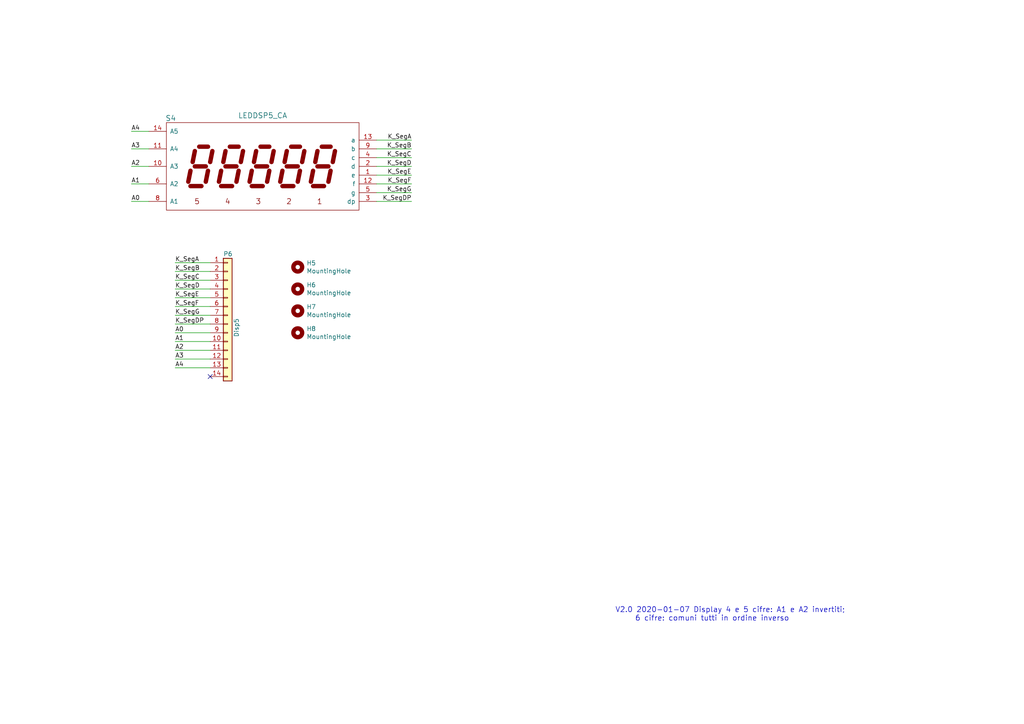
<source format=kicad_sch>
(kicad_sch (version 20210621) (generator eeschema)
  (paper "A4")
  (lib_symbols
    (symbol "Connector_Generic:Conn_01x14" (pin_names (offset 1.016) hide)
      (property "Reference" "J" (at 0 17.78 0))
      (property "Value" "Conn_01x14" (at 0 -20.32 0))
      (symbol "Conn_01x14_1_1"
        (rectangle (start -1.27 -17.653) (end 0 -17.907) (stroke (width 0.1524)))
        (rectangle (start -1.27 -15.113) (end 0 -15.367) (stroke (width 0.1524)))
        (rectangle (start -1.27 -12.573) (end 0 -12.827) (stroke (width 0.1524)))
        (rectangle (start -1.27 -10.033) (end 0 -10.287) (stroke (width 0.1524)))
        (rectangle (start -1.27 -7.493) (end 0 -7.747) (stroke (width 0.1524)))
        (rectangle (start -1.27 -4.953) (end 0 -5.207) (stroke (width 0.1524)))
        (rectangle (start -1.27 -2.413) (end 0 -2.667) (stroke (width 0.1524)))
        (rectangle (start -1.27 0.127) (end 0 -0.127) (stroke (width 0.1524)))
        (rectangle (start -1.27 2.667) (end 0 2.413) (stroke (width 0.1524)))
        (rectangle (start -1.27 5.207) (end 0 4.953) (stroke (width 0.1524)))
        (rectangle (start -1.27 7.747) (end 0 7.493) (stroke (width 0.1524)))
        (rectangle (start -1.27 10.287) (end 0 10.033) (stroke (width 0.1524)))
        (rectangle (start -1.27 12.827) (end 0 12.573) (stroke (width 0.1524)))
        (rectangle (start -1.27 15.367) (end 0 15.113) (stroke (width 0.1524)))
        (rectangle (start -1.27 16.51) (end 1.27 -19.05) (stroke (width 0.254)) (fill (type background)))
        (pin passive line (at -5.08 15.24 0) (length 3.81) (name "Pin_1") (number "1"))
        (pin passive line (at -5.08 -7.62 0) (length 3.81) (name "Pin_10") (number "10"))
        (pin passive line (at -5.08 -10.16 0) (length 3.81) (name "Pin_11") (number "11"))
        (pin passive line (at -5.08 -12.7 0) (length 3.81) (name "Pin_12") (number "12"))
        (pin passive line (at -5.08 -15.24 0) (length 3.81) (name "Pin_13") (number "13"))
        (pin passive line (at -5.08 -17.78 0) (length 3.81) (name "Pin_14") (number "14"))
        (pin passive line (at -5.08 12.7 0) (length 3.81) (name "Pin_2") (number "2"))
        (pin passive line (at -5.08 10.16 0) (length 3.81) (name "Pin_3") (number "3"))
        (pin passive line (at -5.08 7.62 0) (length 3.81) (name "Pin_4") (number "4"))
        (pin passive line (at -5.08 5.08 0) (length 3.81) (name "Pin_5") (number "5"))
        (pin passive line (at -5.08 2.54 0) (length 3.81) (name "Pin_6") (number "6"))
        (pin passive line (at -5.08 0 0) (length 3.81) (name "Pin_7") (number "7"))
        (pin passive line (at -5.08 -2.54 0) (length 3.81) (name "Pin_8") (number "8"))
        (pin passive line (at -5.08 -5.08 0) (length 3.81) (name "Pin_9") (number "9"))
      )
    )
    (symbol "GCC_display:LEDDSP5_CA" (pin_names (offset 1.016))
      (property "Reference" "S" (at -25.4 13.97 0))
      (property "Value" "LEDDSP5_CA" (at 2.54 -15.24 0))
      (symbol "LEDDSP5_CA_0_0"
        (text "1" (at 16.51 -10.16 0) (effects (font (size 1.524 1.524))))
        (text "2" (at 7.62 -10.16 0) (effects (font (size 1.524 1.524))))
        (text "3" (at -1.27 -10.16 0) (effects (font (size 1.524 1.524))))
        (text "4" (at -10.16 -10.16 0) (effects (font (size 1.524 1.524))))
        (text "5" (at -19.05 -10.16 0) (effects (font (size 1.524 1.524))))
      )
      (symbol "LEDDSP5_CA_0_1"
        (rectangle (start -27.94 12.7) (end 27.94 -12.7))
        (polyline (pts (xy -20.955 -5.715) (xy -17.78 -5.715)) (stroke (width 1.27)))
        (polyline (pts (xy -20.955 -1.27) (xy -21.59 -4.445)) (stroke (width 1.27)))
        (polyline (pts (xy -20.32 1.27) (xy -19.685 4.445)) (stroke (width 1.27)))
        (polyline (pts (xy -19.685 0) (xy -16.51 0)) (stroke (width 1.27)))
        (polyline (pts (xy -18.415 5.715) (xy -15.875 5.715)) (stroke (width 1.27)))
        (polyline (pts (xy -15.875 -1.27) (xy -16.51 -4.445)) (stroke (width 1.27)))
        (polyline (pts (xy -15.24 -5.715) (xy -15.24 -5.715)) (stroke (width 1.27)))
        (polyline (pts (xy -15.24 1.27) (xy -14.605 4.445)) (stroke (width 1.27)))
        (polyline (pts (xy -12.065 -5.715) (xy -8.89 -5.715)) (stroke (width 1.27)))
        (polyline (pts (xy -12.065 -1.27) (xy -12.7 -4.445)) (stroke (width 1.27)))
        (polyline (pts (xy -11.43 1.27) (xy -10.795 4.445)) (stroke (width 1.27)))
        (polyline (pts (xy -10.795 0) (xy -7.62 0)) (stroke (width 1.27)))
        (polyline (pts (xy -9.525 5.715) (xy -6.985 5.715)) (stroke (width 1.27)))
        (polyline (pts (xy -6.985 -1.27) (xy -7.62 -4.445)) (stroke (width 1.27)))
        (polyline (pts (xy -6.35 -5.715) (xy -6.35 -5.715)) (stroke (width 1.27)))
        (polyline (pts (xy -6.35 1.27) (xy -5.715 4.445)) (stroke (width 1.27)))
        (polyline (pts (xy -3.175 -5.715) (xy 0 -5.715)) (stroke (width 1.27)))
        (polyline (pts (xy -3.175 -1.27) (xy -3.81 -4.445)) (stroke (width 1.27)))
        (polyline (pts (xy -2.54 1.27) (xy -1.905 4.445)) (stroke (width 1.27)))
        (polyline (pts (xy -1.905 0) (xy 1.27 0)) (stroke (width 1.27)))
        (polyline (pts (xy -0.635 5.715) (xy 1.905 5.715)) (stroke (width 1.27)))
        (polyline (pts (xy 1.905 -1.27) (xy 1.27 -4.445)) (stroke (width 1.27)))
        (polyline (pts (xy 2.54 -5.715) (xy 2.54 -5.715)) (stroke (width 1.27)))
        (polyline (pts (xy 2.54 1.27) (xy 3.175 4.445)) (stroke (width 1.27)))
        (polyline (pts (xy 5.715 -5.715) (xy 8.89 -5.715)) (stroke (width 1.27)))
        (polyline (pts (xy 5.715 -1.27) (xy 5.08 -4.445)) (stroke (width 1.27)))
        (polyline (pts (xy 6.35 1.27) (xy 6.985 4.445)) (stroke (width 1.27)))
        (polyline (pts (xy 6.985 0) (xy 10.16 0)) (stroke (width 1.27)))
        (polyline (pts (xy 8.255 5.715) (xy 10.795 5.715)) (stroke (width 1.27)))
        (polyline (pts (xy 10.795 -1.27) (xy 10.16 -4.445)) (stroke (width 1.27)))
        (polyline (pts (xy 11.43 -5.715) (xy 11.43 -5.715)) (stroke (width 1.27)))
        (polyline (pts (xy 11.43 1.27) (xy 12.065 4.445)) (stroke (width 1.27)))
        (polyline (pts (xy 14.605 -5.715) (xy 17.78 -5.715)) (stroke (width 1.27)))
        (polyline (pts (xy 14.605 -1.27) (xy 13.97 -4.445)) (stroke (width 1.27)))
        (polyline (pts (xy 15.24 1.27) (xy 15.875 4.445)) (stroke (width 1.27)))
        (polyline (pts (xy 15.875 0) (xy 19.05 0)) (stroke (width 1.27)))
        (polyline (pts (xy 17.145 5.715) (xy 19.685 5.715)) (stroke (width 1.27)))
        (polyline (pts (xy 19.685 -1.27) (xy 19.05 -4.445)) (stroke (width 1.27)))
        (polyline (pts (xy 20.32 -5.715) (xy 20.32 -5.715)) (stroke (width 1.27)))
        (polyline (pts (xy 20.32 1.27) (xy 20.955 4.445)) (stroke (width 1.27)))
      )
      (symbol "LEDDSP5_CA_1_1"
        (pin passive line (at 33.02 -2.54 180) (length 5.08) (name "e") (number "1"))
        (pin passive line (at -33.02 0 0) (length 5.08) (name "A3") (number "10"))
        (pin passive line (at -33.02 5.08 0) (length 5.08) (name "A4") (number "11"))
        (pin passive line (at 33.02 -5.08 180) (length 5.08) (name "f") (number "12"))
        (pin passive line (at 33.02 7.62 180) (length 5.08) (name "a") (number "13"))
        (pin passive line (at -33.02 10.16 0) (length 5.08) (name "A5") (number "14"))
        (pin passive line (at 33.02 0 180) (length 5.08) (name "d") (number "2"))
        (pin passive line (at 33.02 -10.16 180) (length 5.08) (name "dp") (number "3"))
        (pin passive line (at 33.02 2.54 180) (length 5.08) (name "c") (number "4"))
        (pin passive line (at 33.02 -7.62 180) (length 5.08) (name "g") (number "5"))
        (pin passive line (at -33.02 -5.08 0) (length 5.08) (name "A2") (number "6"))
        (pin passive line (at -33.02 -10.16 0) (length 5.08) (name "A1") (number "8"))
        (pin passive line (at 33.02 5.08 180) (length 5.08) (name "b") (number "9"))
      )
    )
    (symbol "Mechanical:MountingHole" (pin_names (offset 1.016))
      (property "Reference" "H" (at 0 5.08 0))
      (property "Value" "MountingHole" (at 0 3.175 0))
      (symbol "MountingHole_0_1"
        (circle (center 0 0) (radius 1.27) (stroke (width 1.27)) (stroke (width 1.27)))
      )
    )
  )
  (no_connect (at 60.96 109.22))
  (wire (pts (xy 43.18 38.1) (xy 38.1 38.1)))
  (wire (pts (xy 43.18 43.18) (xy 38.1 43.18)))
  (wire (pts (xy 43.18 48.26) (xy 38.1 48.26)))
  (wire (pts (xy 43.18 53.34) (xy 38.1 53.34)))
  (wire (pts (xy 43.18 58.42) (xy 38.1 58.42)))
  (wire (pts (xy 50.8 76.2) (xy 60.96 76.2)))
  (wire (pts (xy 50.8 78.74) (xy 60.96 78.74)))
  (wire (pts (xy 50.8 81.28) (xy 60.96 81.28)))
  (wire (pts (xy 50.8 83.82) (xy 60.96 83.82)))
  (wire (pts (xy 50.8 86.36) (xy 60.96 86.36)))
  (wire (pts (xy 50.8 88.9) (xy 60.96 88.9)))
  (wire (pts (xy 50.8 91.44) (xy 60.96 91.44)))
  (wire (pts (xy 50.8 93.98) (xy 60.96 93.98)))
  (wire (pts (xy 60.96 96.52) (xy 50.8 96.52)))
  (wire (pts (xy 60.96 99.06) (xy 50.8 99.06)))
  (wire (pts (xy 60.96 101.6) (xy 50.8 101.6)))
  (wire (pts (xy 60.96 104.14) (xy 50.8 104.14)))
  (wire (pts (xy 60.96 106.68) (xy 50.8 106.68)))
  (wire (pts (xy 119.38 40.64) (xy 109.22 40.64)))
  (wire (pts (xy 119.38 43.18) (xy 109.22 43.18)))
  (wire (pts (xy 119.38 45.72) (xy 109.22 45.72)))
  (wire (pts (xy 119.38 48.26) (xy 109.22 48.26)))
  (wire (pts (xy 119.38 50.8) (xy 109.22 50.8)))
  (wire (pts (xy 119.38 53.34) (xy 109.22 53.34)))
  (wire (pts (xy 119.38 55.88) (xy 109.22 55.88)))
  (wire (pts (xy 119.38 58.42) (xy 109.22 58.42)))
  (text "V2.0 2020-01-07 Display 4 e 5 cifre: A1 e A2 invertiti;\n	6 cifre: comuni tutti in ordine inverso" (at 178.435 180.34 0) (effects (font (size 1.524 1.524)) (justify left bottom)))
  (label "A4" (at 38.1 38.1 0))
  (label "A3" (at 38.1 43.18 0))
  (label "A2" (at 38.1 48.26 0))
  (label "A1" (at 38.1 53.34 0))
  (label "A0" (at 38.1 58.42 0))
  (label "K_SegA" (at 50.8 76.2 0))
  (label "K_SegB" (at 50.8 78.74 0))
  (label "K_SegC" (at 50.8 81.28 0))
  (label "K_SegD" (at 50.8 83.82 0))
  (label "K_SegE" (at 50.8 86.36 0))
  (label "K_SegF" (at 50.8 88.9 0))
  (label "K_SegG" (at 50.8 91.44 0))
  (label "K_SegDP" (at 50.8 93.98 0))
  (label "A0" (at 50.8 96.52 0))
  (label "A1" (at 50.8 99.06 0))
  (label "A2" (at 50.8 101.6 0))
  (label "A3" (at 50.8 104.14 0))
  (label "A4" (at 50.8 106.68 0))
  (label "K_SegA" (at 119.38 40.64 180))
  (label "K_SegB" (at 119.38 43.18 180))
  (label "K_SegC" (at 119.38 45.72 180))
  (label "K_SegD" (at 119.38 48.26 180))
  (label "K_SegE" (at 119.38 50.8 180))
  (label "K_SegF" (at 119.38 53.34 180))
  (label "K_SegG" (at 119.38 55.88 180))
  (label "K_SegDP" (at 119.38 58.42 180))
  (symbol (lib_id "Mechanical:MountingHole") (at 86.36 77.47 0) (unit 1)
    (property "Reference" "H5" (at 88.9 76.3016 0) (effects (justify left)))
    (property "Value" "MountingHole" (at 88.9 78.613 0) (effects (justify left)))
    (property "Footprint" "GCC_holes:Hole3mm" (effects hide))
  )
  (symbol (lib_id "Mechanical:MountingHole") (at 86.36 83.82 0) (unit 1)
    (property "Reference" "H6" (at 88.9 82.6516 0) (effects (justify left)))
    (property "Value" "MountingHole" (at 88.9 84.963 0) (effects (justify left)))
    (property "Footprint" "GCC_holes:Hole3mm" (effects hide))
  )
  (symbol (lib_id "Mechanical:MountingHole") (at 86.36 90.17 0) (unit 1)
    (property "Reference" "H7" (at 88.9 89.0016 0) (effects (justify left)))
    (property "Value" "MountingHole" (at 88.9 91.313 0) (effects (justify left)))
    (property "Footprint" "GCC_holes:Hole3mm" (effects hide))
  )
  (symbol (lib_id "Mechanical:MountingHole") (at 86.36 96.52 0) (unit 1)
    (property "Reference" "H8" (at 88.9 95.3516 0) (effects (justify left)))
    (property "Value" "MountingHole" (at 88.9 97.663 0) (effects (justify left)))
    (property "Footprint" "GCC_holes:Hole3mm" (effects hide))
  )
  (symbol (lib_id "Connector_Generic:Conn_01x14") (at 66.04 91.44 0) (unit 1)
    (property "Reference" "P6" (at 64.77 73.66 0) (effects (justify left)))
    (property "Value" "Disp5" (at 68.58 97.79 90) (effects (justify left)))
    (property "Footprint" "Connector_IDC:IDC-Header_2x07_P2.54mm_Vertical" (effects hide))
  )
  (symbol (lib_id "GCC_display:LEDDSP5_CA") (at 76.2 48.26 0) (unit 1)
    (property "Reference" "S4" (at 49.53 34.29 0) (effects (font (size 1.524 1.524))))
    (property "Value" "LEDDSP5_CA" (at 76.2 33.5026 0) (effects (font (size 1.524 1.524))))
    (property "Footprint" "GCC_Display:Disp7s5x_036" (effects hide))
  )
)
</source>
